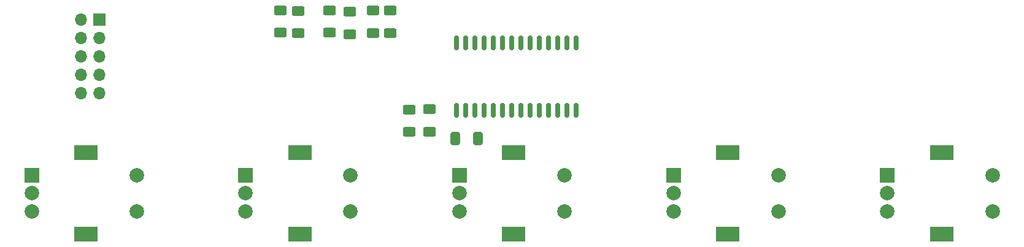
<source format=gbs>
%TF.GenerationSoftware,KiCad,Pcbnew,7.0.7*%
%TF.CreationDate,2024-03-19T10:01:59+01:00*%
%TF.ProjectId,Poly_UA_controller_5enc_5sw,506f6c79-5f55-4415-9f63-6f6e74726f6c,rev?*%
%TF.SameCoordinates,Original*%
%TF.FileFunction,Soldermask,Bot*%
%TF.FilePolarity,Negative*%
%FSLAX46Y46*%
G04 Gerber Fmt 4.6, Leading zero omitted, Abs format (unit mm)*
G04 Created by KiCad (PCBNEW 7.0.7) date 2024-03-19 10:01:59*
%MOMM*%
%LPD*%
G01*
G04 APERTURE LIST*
G04 Aperture macros list*
%AMRoundRect*
0 Rectangle with rounded corners*
0 $1 Rounding radius*
0 $2 $3 $4 $5 $6 $7 $8 $9 X,Y pos of 4 corners*
0 Add a 4 corners polygon primitive as box body*
4,1,4,$2,$3,$4,$5,$6,$7,$8,$9,$2,$3,0*
0 Add four circle primitives for the rounded corners*
1,1,$1+$1,$2,$3*
1,1,$1+$1,$4,$5*
1,1,$1+$1,$6,$7*
1,1,$1+$1,$8,$9*
0 Add four rect primitives between the rounded corners*
20,1,$1+$1,$2,$3,$4,$5,0*
20,1,$1+$1,$4,$5,$6,$7,0*
20,1,$1+$1,$6,$7,$8,$9,0*
20,1,$1+$1,$8,$9,$2,$3,0*%
G04 Aperture macros list end*
%ADD10RoundRect,0.250000X-0.625000X0.400000X-0.625000X-0.400000X0.625000X-0.400000X0.625000X0.400000X0*%
%ADD11RoundRect,0.250000X0.625000X-0.400000X0.625000X0.400000X-0.625000X0.400000X-0.625000X-0.400000X0*%
%ADD12R,1.700000X1.700000*%
%ADD13O,1.700000X1.700000*%
%ADD14R,2.000000X2.000000*%
%ADD15C,2.000000*%
%ADD16R,3.200000X2.000000*%
%ADD17RoundRect,0.150000X0.150000X-0.875000X0.150000X0.875000X-0.150000X0.875000X-0.150000X-0.875000X0*%
%ADD18RoundRect,0.250000X-0.412500X-0.650000X0.412500X-0.650000X0.412500X0.650000X-0.412500X0.650000X0*%
G04 APERTURE END LIST*
D10*
%TO.C,R5*%
X164171200Y-17653000D03*
X164171200Y-20753000D03*
%TD*%
D11*
%TO.C,R8*%
X151369600Y-20702200D03*
X151369600Y-17602200D03*
%TD*%
%TO.C,R7*%
X166558800Y-17627600D03*
X166558800Y-20727600D03*
%TD*%
D10*
%TO.C,R6*%
X153858800Y-17703800D03*
X153858800Y-20803800D03*
%TD*%
D11*
%TO.C,R4*%
X158151400Y-20702200D03*
X158151400Y-17602200D03*
%TD*%
D10*
%TO.C,R3*%
X160920000Y-17805400D03*
X160920000Y-20905400D03*
%TD*%
D12*
%TO.C,J8_POLY1*%
X126381000Y-18902600D03*
D13*
X123841000Y-18902600D03*
X126381000Y-21442600D03*
X123841000Y-21442600D03*
X126381000Y-23982600D03*
X123841000Y-23982600D03*
X126381000Y-26522600D03*
X123841000Y-26522600D03*
X126381000Y-29062600D03*
X123841000Y-29062600D03*
%TD*%
D14*
%TO.C,SW3*%
X176097900Y-40400600D03*
D15*
X176097900Y-45400600D03*
X176097900Y-42900600D03*
D16*
X183597900Y-37300600D03*
X183597900Y-48500600D03*
D15*
X190597900Y-45400600D03*
X190597900Y-40400600D03*
%TD*%
D14*
%TO.C,SW2*%
X146576750Y-40400600D03*
D15*
X146576750Y-45400600D03*
X146576750Y-42900600D03*
D16*
X154076750Y-37300600D03*
X154076750Y-48500600D03*
D15*
X161076750Y-45400600D03*
X161076750Y-40400600D03*
%TD*%
D14*
%TO.C,SW5*%
X235140200Y-40400600D03*
D15*
X235140200Y-45400600D03*
X235140200Y-42900600D03*
D16*
X242640200Y-37300600D03*
X242640200Y-48500600D03*
D15*
X249640200Y-45400600D03*
X249640200Y-40400600D03*
%TD*%
D14*
%TO.C,SW1*%
X117055600Y-40400600D03*
D15*
X117055600Y-45400600D03*
X117055600Y-42900600D03*
D16*
X124555600Y-37300600D03*
X124555600Y-48500600D03*
D15*
X131555600Y-45400600D03*
X131555600Y-40400600D03*
%TD*%
D14*
%TO.C,SW4*%
X205619050Y-40400600D03*
D15*
X205619050Y-45400600D03*
X205619050Y-42900600D03*
D16*
X213119050Y-37300600D03*
X213119050Y-48500600D03*
D15*
X220119050Y-45400600D03*
X220119050Y-40400600D03*
%TD*%
D17*
%TO.C,U1*%
X192201800Y-22096200D03*
X190931800Y-22096200D03*
X189661800Y-22096200D03*
X188391800Y-22096200D03*
X187121800Y-22096200D03*
X185851800Y-22096200D03*
X184581800Y-22096200D03*
X183311800Y-22096200D03*
X182041800Y-22096200D03*
X180771800Y-22096200D03*
X179501800Y-22096200D03*
X178231800Y-22096200D03*
X176961800Y-22096200D03*
X175691800Y-22096200D03*
X175691800Y-31396200D03*
X176961800Y-31396200D03*
X178231800Y-31396200D03*
X179501800Y-31396200D03*
X180771800Y-31396200D03*
X182041800Y-31396200D03*
X183311800Y-31396200D03*
X184581800Y-31396200D03*
X185851800Y-31396200D03*
X187121800Y-31396200D03*
X188391800Y-31396200D03*
X189661800Y-31396200D03*
X190931800Y-31396200D03*
X192201800Y-31396200D03*
%TD*%
D18*
%TO.C,C3*%
X175498800Y-35306000D03*
X178623800Y-35306000D03*
%TD*%
D11*
%TO.C,R1*%
X169200400Y-34418200D03*
X169200400Y-31318200D03*
%TD*%
D10*
%TO.C,R2*%
X171994400Y-31267400D03*
X171994400Y-34367400D03*
%TD*%
M02*

</source>
